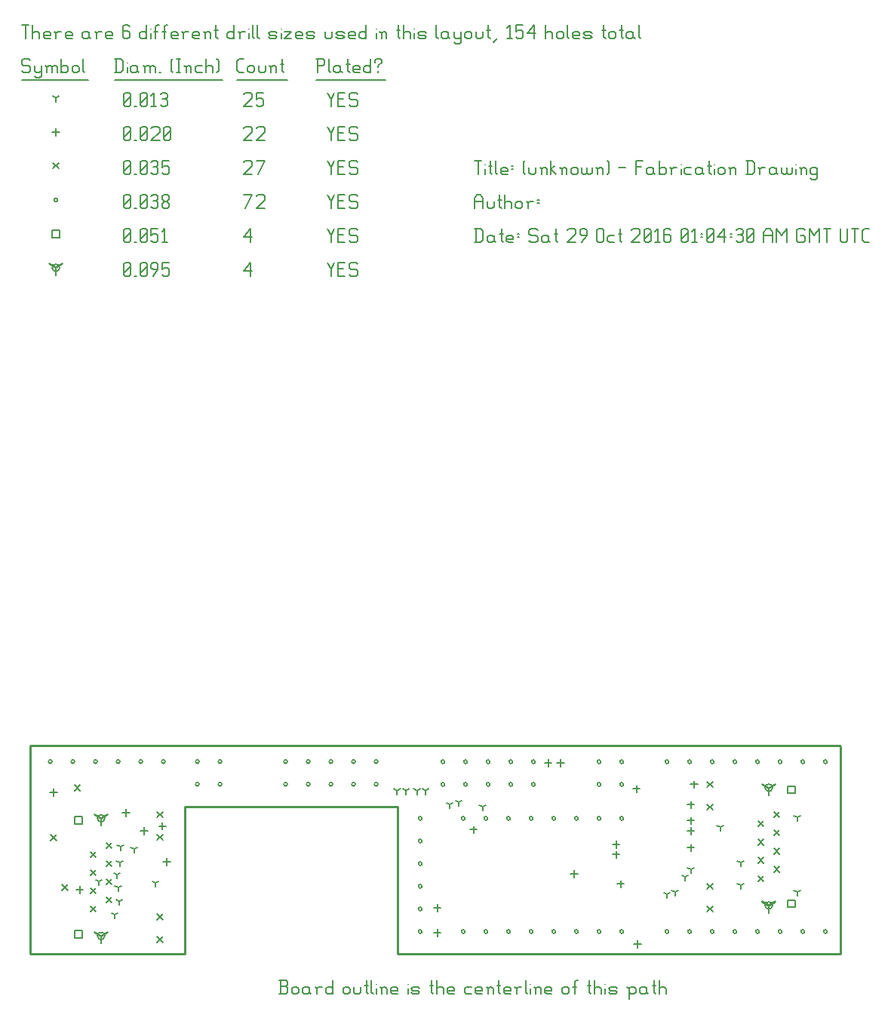
<source format=gbr>
G04 start of page 12 for group -3984 idx -3984 *
G04 Title: (unknown), fab *
G04 Creator: pcb 1.99z *
G04 CreationDate: Sat 29 Oct 2016 01:04:30 AM GMT UTC *
G04 For: commonadmin *
G04 Format: Gerber/RS-274X *
G04 PCB-Dimensions (mil): 4000.00 3000.00 *
G04 PCB-Coordinate-Origin: lower left *
%MOIN*%
%FSLAX25Y25*%
%LNFAB*%
%ADD94C,0.0100*%
%ADD93C,0.0075*%
%ADD92C,0.0060*%
%ADD91C,0.0001*%
%ADD90R,0.0080X0.0080*%
G54D90*X330000Y29547D02*Y26347D01*
G54D91*G36*
X329454Y29694D02*X332920Y31694D01*
X333320Y31001D01*
X329853Y29001D01*
X329454Y29694D01*
G37*
G36*
X330147Y29001D02*X326680Y31001D01*
X327080Y31694D01*
X330546Y29694D01*
X330147Y29001D01*
G37*
G54D90*X328400Y29547D02*G75*G03X331600Y29547I1600J0D01*G01*
G75*G03X328400Y29547I-1600J0D01*G01*
X330000Y81516D02*Y78316D01*
G54D91*G36*
X329454Y81662D02*X332920Y83662D01*
X333320Y82969D01*
X329853Y80969D01*
X329454Y81662D01*
G37*
G36*
X330147Y80969D02*X326680Y82969D01*
X327080Y83662D01*
X330546Y81662D01*
X330147Y80969D01*
G37*
G54D90*X328400Y81516D02*G75*G03X331600Y81516I1600J0D01*G01*
G75*G03X328400Y81516I-1600J0D01*G01*
X35000Y68031D02*Y64831D01*
G54D91*G36*
X34454Y68178D02*X37920Y70178D01*
X38320Y69485D01*
X34853Y67485D01*
X34454Y68178D01*
G37*
G36*
X35147Y67485D02*X31680Y69485D01*
X32080Y70178D01*
X35546Y68178D01*
X35147Y67485D01*
G37*
G54D90*X33400Y68031D02*G75*G03X36600Y68031I1600J0D01*G01*
G75*G03X33400Y68031I-1600J0D01*G01*
X35000Y16063D02*Y12863D01*
G54D91*G36*
X34454Y16210D02*X37920Y18209D01*
X38320Y17516D01*
X34853Y15517D01*
X34454Y16210D01*
G37*
G36*
X35147Y15517D02*X31680Y17516D01*
X32080Y18209D01*
X35546Y16210D01*
X35147Y15517D01*
G37*
G54D90*X33400Y16063D02*G75*G03X36600Y16063I1600J0D01*G01*
G75*G03X33400Y16063I-1600J0D01*G01*
X15000Y311250D02*Y308050D01*
G54D91*G36*
X14454Y311397D02*X17920Y313396D01*
X18320Y312703D01*
X14853Y310704D01*
X14454Y311397D01*
G37*
G36*
X15147Y310704D02*X11680Y312703D01*
X12080Y313396D01*
X15546Y311397D01*
X15147Y310704D01*
G37*
G54D90*X13400Y311250D02*G75*G03X16600Y311250I1600J0D01*G01*
G75*G03X13400Y311250I-1600J0D01*G01*
G54D92*X135000Y313500D02*X136500Y310500D01*
X138000Y313500D01*
X136500Y310500D02*Y307500D01*
X139800Y310800D02*X142050D01*
X139800Y307500D02*X142800D01*
X139800Y313500D02*Y307500D01*
Y313500D02*X142800D01*
X147600D02*X148350Y312750D01*
X145350Y313500D02*X147600D01*
X144600Y312750D02*X145350Y313500D01*
X144600Y312750D02*Y311250D01*
X145350Y310500D01*
X147600D01*
X148350Y309750D01*
Y308250D01*
X147600Y307500D02*X148350Y308250D01*
X145350Y307500D02*X147600D01*
X144600Y308250D02*X145350Y307500D01*
X98000Y309750D02*X101000Y313500D01*
X98000Y309750D02*X101750D01*
X101000Y313500D02*Y307500D01*
X45000Y308250D02*X45750Y307500D01*
X45000Y312750D02*Y308250D01*
Y312750D02*X45750Y313500D01*
X47250D01*
X48000Y312750D01*
Y308250D01*
X47250Y307500D02*X48000Y308250D01*
X45750Y307500D02*X47250D01*
X45000Y309000D02*X48000Y312000D01*
X49800Y307500D02*X50550D01*
X52350Y308250D02*X53100Y307500D01*
X52350Y312750D02*Y308250D01*
Y312750D02*X53100Y313500D01*
X54600D01*
X55350Y312750D01*
Y308250D01*
X54600Y307500D02*X55350Y308250D01*
X53100Y307500D02*X54600D01*
X52350Y309000D02*X55350Y312000D01*
X57900Y307500D02*X60150Y310500D01*
Y312750D02*Y310500D01*
X59400Y313500D02*X60150Y312750D01*
X57900Y313500D02*X59400D01*
X57150Y312750D02*X57900Y313500D01*
X57150Y312750D02*Y311250D01*
X57900Y310500D01*
X60150D01*
X61950Y313500D02*X64950D01*
X61950D02*Y310500D01*
X62700Y311250D01*
X64200D01*
X64950Y310500D01*
Y308250D01*
X64200Y307500D02*X64950Y308250D01*
X62700Y307500D02*X64200D01*
X61950Y308250D02*X62700Y307500D01*
X338439Y82328D02*X341639D01*
X338439D02*Y79128D01*
X341639D01*
Y82328D02*Y79128D01*
X338439Y31935D02*X341639D01*
X338439D02*Y28735D01*
X341639D01*
Y31935D02*Y28735D01*
X23361Y18450D02*X26561D01*
X23361D02*Y15250D01*
X26561D01*
Y18450D02*Y15250D01*
X23361Y68844D02*X26561D01*
X23361D02*Y65644D01*
X26561D01*
Y68844D02*Y65644D01*
X13400Y327850D02*X16600D01*
X13400D02*Y324650D01*
X16600D01*
Y327850D02*Y324650D01*
X135000Y328500D02*X136500Y325500D01*
X138000Y328500D01*
X136500Y325500D02*Y322500D01*
X139800Y325800D02*X142050D01*
X139800Y322500D02*X142800D01*
X139800Y328500D02*Y322500D01*
Y328500D02*X142800D01*
X147600D02*X148350Y327750D01*
X145350Y328500D02*X147600D01*
X144600Y327750D02*X145350Y328500D01*
X144600Y327750D02*Y326250D01*
X145350Y325500D01*
X147600D01*
X148350Y324750D01*
Y323250D01*
X147600Y322500D02*X148350Y323250D01*
X145350Y322500D02*X147600D01*
X144600Y323250D02*X145350Y322500D01*
X98000Y324750D02*X101000Y328500D01*
X98000Y324750D02*X101750D01*
X101000Y328500D02*Y322500D01*
X45000Y323250D02*X45750Y322500D01*
X45000Y327750D02*Y323250D01*
Y327750D02*X45750Y328500D01*
X47250D01*
X48000Y327750D01*
Y323250D01*
X47250Y322500D02*X48000Y323250D01*
X45750Y322500D02*X47250D01*
X45000Y324000D02*X48000Y327000D01*
X49800Y322500D02*X50550D01*
X52350Y323250D02*X53100Y322500D01*
X52350Y327750D02*Y323250D01*
Y327750D02*X53100Y328500D01*
X54600D01*
X55350Y327750D01*
Y323250D01*
X54600Y322500D02*X55350Y323250D01*
X53100Y322500D02*X54600D01*
X52350Y324000D02*X55350Y327000D01*
X57150Y328500D02*X60150D01*
X57150D02*Y325500D01*
X57900Y326250D01*
X59400D01*
X60150Y325500D01*
Y323250D01*
X59400Y322500D02*X60150Y323250D01*
X57900Y322500D02*X59400D01*
X57150Y323250D02*X57900Y322500D01*
X61950Y327300D02*X63150Y328500D01*
Y322500D01*
X61950D02*X64200D01*
X254200Y93031D02*G75*G03X255800Y93031I800J0D01*G01*
G75*G03X254200Y93031I-800J0D01*G01*
Y83031D02*G75*G03X255800Y83031I800J0D01*G01*
G75*G03X254200Y83031I-800J0D01*G01*
X264200D02*G75*G03X265800Y83031I800J0D01*G01*
G75*G03X264200Y83031I-800J0D01*G01*
Y93031D02*G75*G03X265800Y93031I800J0D01*G01*
G75*G03X264200Y93031I-800J0D01*G01*
X76700D02*G75*G03X78300Y93031I800J0D01*G01*
G75*G03X76700Y93031I-800J0D01*G01*
Y83031D02*G75*G03X78300Y83031I800J0D01*G01*
G75*G03X76700Y83031I-800J0D01*G01*
X86700D02*G75*G03X88300Y83031I800J0D01*G01*
G75*G03X86700Y83031I-800J0D01*G01*
Y93031D02*G75*G03X88300Y93031I800J0D01*G01*
G75*G03X86700Y93031I-800J0D01*G01*
X11700D02*G75*G03X13300Y93031I800J0D01*G01*
G75*G03X11700Y93031I-800J0D01*G01*
X21700D02*G75*G03X23300Y93031I800J0D01*G01*
G75*G03X21700Y93031I-800J0D01*G01*
X31700D02*G75*G03X33300Y93031I800J0D01*G01*
G75*G03X31700Y93031I-800J0D01*G01*
X41700D02*G75*G03X43300Y93031I800J0D01*G01*
G75*G03X41700Y93031I-800J0D01*G01*
X51700D02*G75*G03X53300Y93031I800J0D01*G01*
G75*G03X51700Y93031I-800J0D01*G01*
X61700D02*G75*G03X63300Y93031I800J0D01*G01*
G75*G03X61700Y93031I-800J0D01*G01*
X185200Y83031D02*G75*G03X186800Y83031I800J0D01*G01*
G75*G03X185200Y83031I-800J0D01*G01*
Y93031D02*G75*G03X186800Y93031I800J0D01*G01*
G75*G03X185200Y93031I-800J0D01*G01*
X195200Y83031D02*G75*G03X196800Y83031I800J0D01*G01*
G75*G03X195200Y83031I-800J0D01*G01*
Y93031D02*G75*G03X196800Y93031I800J0D01*G01*
G75*G03X195200Y93031I-800J0D01*G01*
X205200Y83031D02*G75*G03X206800Y83031I800J0D01*G01*
G75*G03X205200Y83031I-800J0D01*G01*
Y93031D02*G75*G03X206800Y93031I800J0D01*G01*
G75*G03X205200Y93031I-800J0D01*G01*
X215200Y83031D02*G75*G03X216800Y83031I800J0D01*G01*
G75*G03X215200Y83031I-800J0D01*G01*
Y93031D02*G75*G03X216800Y93031I800J0D01*G01*
G75*G03X215200Y93031I-800J0D01*G01*
X225200Y83031D02*G75*G03X226800Y83031I800J0D01*G01*
G75*G03X225200Y83031I-800J0D01*G01*
Y93031D02*G75*G03X226800Y93031I800J0D01*G01*
G75*G03X225200Y93031I-800J0D01*G01*
X115700Y83031D02*G75*G03X117300Y83031I800J0D01*G01*
G75*G03X115700Y83031I-800J0D01*G01*
Y93031D02*G75*G03X117300Y93031I800J0D01*G01*
G75*G03X115700Y93031I-800J0D01*G01*
X125700Y83031D02*G75*G03X127300Y83031I800J0D01*G01*
G75*G03X125700Y83031I-800J0D01*G01*
Y93031D02*G75*G03X127300Y93031I800J0D01*G01*
G75*G03X125700Y93031I-800J0D01*G01*
X135700Y83031D02*G75*G03X137300Y83031I800J0D01*G01*
G75*G03X135700Y83031I-800J0D01*G01*
Y93031D02*G75*G03X137300Y93031I800J0D01*G01*
G75*G03X135700Y93031I-800J0D01*G01*
X145700Y83031D02*G75*G03X147300Y83031I800J0D01*G01*
G75*G03X145700Y83031I-800J0D01*G01*
Y93031D02*G75*G03X147300Y93031I800J0D01*G01*
G75*G03X145700Y93031I-800J0D01*G01*
X155700Y83031D02*G75*G03X157300Y83031I800J0D01*G01*
G75*G03X155700Y83031I-800J0D01*G01*
Y93031D02*G75*G03X157300Y93031I800J0D01*G01*
G75*G03X155700Y93031I-800J0D01*G01*
X354200Y18031D02*G75*G03X355800Y18031I800J0D01*G01*
G75*G03X354200Y18031I-800J0D01*G01*
X344200D02*G75*G03X345800Y18031I800J0D01*G01*
G75*G03X344200Y18031I-800J0D01*G01*
X334200D02*G75*G03X335800Y18031I800J0D01*G01*
G75*G03X334200Y18031I-800J0D01*G01*
X324200D02*G75*G03X325800Y18031I800J0D01*G01*
G75*G03X324200Y18031I-800J0D01*G01*
X314200D02*G75*G03X315800Y18031I800J0D01*G01*
G75*G03X314200Y18031I-800J0D01*G01*
X304200D02*G75*G03X305800Y18031I800J0D01*G01*
G75*G03X304200Y18031I-800J0D01*G01*
X294200D02*G75*G03X295800Y18031I800J0D01*G01*
G75*G03X294200Y18031I-800J0D01*G01*
X284200D02*G75*G03X285800Y18031I800J0D01*G01*
G75*G03X284200Y18031I-800J0D01*G01*
X354200Y93031D02*G75*G03X355800Y93031I800J0D01*G01*
G75*G03X354200Y93031I-800J0D01*G01*
X344200D02*G75*G03X345800Y93031I800J0D01*G01*
G75*G03X344200Y93031I-800J0D01*G01*
X334200D02*G75*G03X335800Y93031I800J0D01*G01*
G75*G03X334200Y93031I-800J0D01*G01*
X324200D02*G75*G03X325800Y93031I800J0D01*G01*
G75*G03X324200Y93031I-800J0D01*G01*
X314200D02*G75*G03X315800Y93031I800J0D01*G01*
G75*G03X314200Y93031I-800J0D01*G01*
X304200D02*G75*G03X305800Y93031I800J0D01*G01*
G75*G03X304200Y93031I-800J0D01*G01*
X294200D02*G75*G03X295800Y93031I800J0D01*G01*
G75*G03X294200Y93031I-800J0D01*G01*
X284200D02*G75*G03X285800Y93031I800J0D01*G01*
G75*G03X284200Y93031I-800J0D01*G01*
X264200Y18031D02*G75*G03X265800Y18031I800J0D01*G01*
G75*G03X264200Y18031I-800J0D01*G01*
X254200D02*G75*G03X255800Y18031I800J0D01*G01*
G75*G03X254200Y18031I-800J0D01*G01*
X244200D02*G75*G03X245800Y18031I800J0D01*G01*
G75*G03X244200Y18031I-800J0D01*G01*
X234200D02*G75*G03X235800Y18031I800J0D01*G01*
G75*G03X234200Y18031I-800J0D01*G01*
X224200D02*G75*G03X225800Y18031I800J0D01*G01*
G75*G03X224200Y18031I-800J0D01*G01*
X214200D02*G75*G03X215800Y18031I800J0D01*G01*
G75*G03X214200Y18031I-800J0D01*G01*
X204200D02*G75*G03X205800Y18031I800J0D01*G01*
G75*G03X204200Y18031I-800J0D01*G01*
X194200D02*G75*G03X195800Y18031I800J0D01*G01*
G75*G03X194200Y18031I-800J0D01*G01*
X264200Y68031D02*G75*G03X265800Y68031I800J0D01*G01*
G75*G03X264200Y68031I-800J0D01*G01*
X254200D02*G75*G03X255800Y68031I800J0D01*G01*
G75*G03X254200Y68031I-800J0D01*G01*
X244200D02*G75*G03X245800Y68031I800J0D01*G01*
G75*G03X244200Y68031I-800J0D01*G01*
X234200D02*G75*G03X235800Y68031I800J0D01*G01*
G75*G03X234200Y68031I-800J0D01*G01*
X224200D02*G75*G03X225800Y68031I800J0D01*G01*
G75*G03X224200Y68031I-800J0D01*G01*
X214200D02*G75*G03X215800Y68031I800J0D01*G01*
G75*G03X214200Y68031I-800J0D01*G01*
X204200D02*G75*G03X205800Y68031I800J0D01*G01*
G75*G03X204200Y68031I-800J0D01*G01*
X194200D02*G75*G03X195800Y68031I800J0D01*G01*
G75*G03X194200Y68031I-800J0D01*G01*
X175200D02*G75*G03X176800Y68031I800J0D01*G01*
G75*G03X175200Y68031I-800J0D01*G01*
Y58031D02*G75*G03X176800Y58031I800J0D01*G01*
G75*G03X175200Y58031I-800J0D01*G01*
Y48031D02*G75*G03X176800Y48031I800J0D01*G01*
G75*G03X175200Y48031I-800J0D01*G01*
Y38031D02*G75*G03X176800Y38031I800J0D01*G01*
G75*G03X175200Y38031I-800J0D01*G01*
Y28031D02*G75*G03X176800Y28031I800J0D01*G01*
G75*G03X175200Y28031I-800J0D01*G01*
Y18031D02*G75*G03X176800Y18031I800J0D01*G01*
G75*G03X175200Y18031I-800J0D01*G01*
X14200Y341250D02*G75*G03X15800Y341250I800J0D01*G01*
G75*G03X14200Y341250I-800J0D01*G01*
X135000Y343500D02*X136500Y340500D01*
X138000Y343500D01*
X136500Y340500D02*Y337500D01*
X139800Y340800D02*X142050D01*
X139800Y337500D02*X142800D01*
X139800Y343500D02*Y337500D01*
Y343500D02*X142800D01*
X147600D02*X148350Y342750D01*
X145350Y343500D02*X147600D01*
X144600Y342750D02*X145350Y343500D01*
X144600Y342750D02*Y341250D01*
X145350Y340500D01*
X147600D01*
X148350Y339750D01*
Y338250D01*
X147600Y337500D02*X148350Y338250D01*
X145350Y337500D02*X147600D01*
X144600Y338250D02*X145350Y337500D01*
X98750D02*X101750Y343500D01*
X98000D02*X101750D01*
X103550Y342750D02*X104300Y343500D01*
X106550D01*
X107300Y342750D01*
Y341250D01*
X103550Y337500D02*X107300Y341250D01*
X103550Y337500D02*X107300D01*
X45000Y338250D02*X45750Y337500D01*
X45000Y342750D02*Y338250D01*
Y342750D02*X45750Y343500D01*
X47250D01*
X48000Y342750D01*
Y338250D01*
X47250Y337500D02*X48000Y338250D01*
X45750Y337500D02*X47250D01*
X45000Y339000D02*X48000Y342000D01*
X49800Y337500D02*X50550D01*
X52350Y338250D02*X53100Y337500D01*
X52350Y342750D02*Y338250D01*
Y342750D02*X53100Y343500D01*
X54600D01*
X55350Y342750D01*
Y338250D01*
X54600Y337500D02*X55350Y338250D01*
X53100Y337500D02*X54600D01*
X52350Y339000D02*X55350Y342000D01*
X57150Y342750D02*X57900Y343500D01*
X59400D01*
X60150Y342750D01*
X59400Y337500D02*X60150Y338250D01*
X57900Y337500D02*X59400D01*
X57150Y338250D02*X57900Y337500D01*
Y340800D02*X59400D01*
X60150Y342750D02*Y341550D01*
Y340050D02*Y338250D01*
Y340050D02*X59400Y340800D01*
X60150Y341550D02*X59400Y340800D01*
X61950Y338250D02*X62700Y337500D01*
X61950Y339450D02*Y338250D01*
Y339450D02*X63000Y340500D01*
X63900D01*
X64950Y339450D01*
Y338250D01*
X64200Y337500D02*X64950Y338250D01*
X62700Y337500D02*X64200D01*
X61950Y341550D02*X63000Y340500D01*
X61950Y342750D02*Y341550D01*
Y342750D02*X62700Y343500D01*
X64200D01*
X64950Y342750D01*
Y341550D01*
X63900Y340500D02*X64950Y341550D01*
X12800Y60731D02*X15200Y58331D01*
X12800D02*X15200Y60731D01*
X17800Y38731D02*X20200Y36331D01*
X17800D02*X20200Y38731D01*
X23300Y82731D02*X25700Y80331D01*
X23300D02*X25700Y82731D01*
X302816Y39212D02*X305216Y36812D01*
X302816D02*X305216Y39212D01*
X302816Y74251D02*X305216Y71851D01*
X302816D02*X305216Y74251D01*
X302816Y29172D02*X305216Y26772D01*
X302816D02*X305216Y29172D01*
X302816Y84291D02*X305216Y81891D01*
X302816D02*X305216Y84291D01*
X325257Y42676D02*X327657Y40276D01*
X325257D02*X327657Y42676D01*
X325257Y50708D02*X327657Y48308D01*
X325257D02*X327657Y50708D01*
X325257Y66771D02*X327657Y64371D01*
X325257D02*X327657Y66771D01*
X325257Y58739D02*X327657Y56339D01*
X325257D02*X327657Y58739D01*
X332343Y70787D02*X334743Y68387D01*
X332343D02*X334743Y70787D01*
X332343Y62755D02*X334743Y60355D01*
X332343D02*X334743Y62755D01*
X332343Y46692D02*X334743Y44292D01*
X332343D02*X334743Y46692D01*
X332343Y54724D02*X334743Y52324D01*
X332343D02*X334743Y54724D01*
X59784Y60767D02*X62184Y58367D01*
X59784D02*X62184Y60767D01*
X59784Y25728D02*X62184Y23328D01*
X59784D02*X62184Y25728D01*
X59784Y70806D02*X62184Y68406D01*
X59784D02*X62184Y70806D01*
X59784Y15688D02*X62184Y13288D01*
X59784D02*X62184Y15688D01*
X37343Y57302D02*X39743Y54902D01*
X37343D02*X39743Y57302D01*
X37343Y49271D02*X39743Y46871D01*
X37343D02*X39743Y49271D01*
X37343Y33208D02*X39743Y30808D01*
X37343D02*X39743Y33208D01*
X37343Y41239D02*X39743Y38839D01*
X37343D02*X39743Y41239D01*
X30257Y29192D02*X32657Y26792D01*
X30257D02*X32657Y29192D01*
X30257Y37224D02*X32657Y34824D01*
X30257D02*X32657Y37224D01*
X30257Y53287D02*X32657Y50887D01*
X30257D02*X32657Y53287D01*
X30257Y45255D02*X32657Y42855D01*
X30257D02*X32657Y45255D01*
X13800Y357450D02*X16200Y355050D01*
X13800D02*X16200Y357450D01*
X135000Y358500D02*X136500Y355500D01*
X138000Y358500D01*
X136500Y355500D02*Y352500D01*
X139800Y355800D02*X142050D01*
X139800Y352500D02*X142800D01*
X139800Y358500D02*Y352500D01*
Y358500D02*X142800D01*
X147600D02*X148350Y357750D01*
X145350Y358500D02*X147600D01*
X144600Y357750D02*X145350Y358500D01*
X144600Y357750D02*Y356250D01*
X145350Y355500D01*
X147600D01*
X148350Y354750D01*
Y353250D01*
X147600Y352500D02*X148350Y353250D01*
X145350Y352500D02*X147600D01*
X144600Y353250D02*X145350Y352500D01*
X98000Y357750D02*X98750Y358500D01*
X101000D01*
X101750Y357750D01*
Y356250D01*
X98000Y352500D02*X101750Y356250D01*
X98000Y352500D02*X101750D01*
X104300D02*X107300Y358500D01*
X103550D02*X107300D01*
X45000Y353250D02*X45750Y352500D01*
X45000Y357750D02*Y353250D01*
Y357750D02*X45750Y358500D01*
X47250D01*
X48000Y357750D01*
Y353250D01*
X47250Y352500D02*X48000Y353250D01*
X45750Y352500D02*X47250D01*
X45000Y354000D02*X48000Y357000D01*
X49800Y352500D02*X50550D01*
X52350Y353250D02*X53100Y352500D01*
X52350Y357750D02*Y353250D01*
Y357750D02*X53100Y358500D01*
X54600D01*
X55350Y357750D01*
Y353250D01*
X54600Y352500D02*X55350Y353250D01*
X53100Y352500D02*X54600D01*
X52350Y354000D02*X55350Y357000D01*
X57150Y357750D02*X57900Y358500D01*
X59400D01*
X60150Y357750D01*
X59400Y352500D02*X60150Y353250D01*
X57900Y352500D02*X59400D01*
X57150Y353250D02*X57900Y352500D01*
Y355800D02*X59400D01*
X60150Y357750D02*Y356550D01*
Y355050D02*Y353250D01*
Y355050D02*X59400Y355800D01*
X60150Y356550D02*X59400Y355800D01*
X61950Y358500D02*X64950D01*
X61950D02*Y355500D01*
X62700Y356250D01*
X64200D01*
X64950Y355500D01*
Y353250D01*
X64200Y352500D02*X64950Y353250D01*
X62700Y352500D02*X64200D01*
X61950Y353250D02*X62700Y352500D01*
X25500Y38131D02*Y34931D01*
X23900Y36531D02*X27100D01*
X14000Y81131D02*Y77931D01*
X12400Y79531D02*X15600D01*
X46000Y72131D02*Y68931D01*
X44400Y70531D02*X47600D01*
X54000Y64046D02*Y60846D01*
X52400Y62446D02*X55600D01*
X62100Y66231D02*Y63031D01*
X60500Y64631D02*X63700D01*
X63900Y50431D02*Y47231D01*
X62300Y48831D02*X65500D01*
X183500Y30046D02*Y26846D01*
X181900Y28446D02*X185100D01*
X272000Y14131D02*Y10931D01*
X270400Y12531D02*X273600D01*
X183500Y19131D02*Y15931D01*
X181900Y17531D02*X185100D01*
X297000Y84631D02*Y81431D01*
X295400Y83031D02*X298600D01*
X271500Y82631D02*Y79431D01*
X269900Y81031D02*X273100D01*
X199500Y64631D02*Y61431D01*
X197900Y63031D02*X201100D01*
X232500Y94131D02*Y90931D01*
X230900Y92531D02*X234100D01*
X238000Y94131D02*Y90931D01*
X236400Y92531D02*X239600D01*
X264500Y40631D02*Y37431D01*
X262900Y39031D02*X266100D01*
X244000Y45131D02*Y41931D01*
X242400Y43531D02*X245600D01*
X295500Y64131D02*Y60931D01*
X293900Y62531D02*X297100D01*
X295500Y68631D02*Y65431D01*
X293900Y67031D02*X297100D01*
X295500Y75631D02*Y72431D01*
X293900Y74031D02*X297100D01*
X295500Y56631D02*Y53431D01*
X293900Y55031D02*X297100D01*
X262500Y58131D02*Y54931D01*
X260900Y56531D02*X264100D01*
X262500Y53631D02*Y50431D01*
X260900Y52031D02*X264100D01*
X15000Y372850D02*Y369650D01*
X13400Y371250D02*X16600D01*
X135000Y373500D02*X136500Y370500D01*
X138000Y373500D01*
X136500Y370500D02*Y367500D01*
X139800Y370800D02*X142050D01*
X139800Y367500D02*X142800D01*
X139800Y373500D02*Y367500D01*
Y373500D02*X142800D01*
X147600D02*X148350Y372750D01*
X145350Y373500D02*X147600D01*
X144600Y372750D02*X145350Y373500D01*
X144600Y372750D02*Y371250D01*
X145350Y370500D01*
X147600D01*
X148350Y369750D01*
Y368250D01*
X147600Y367500D02*X148350Y368250D01*
X145350Y367500D02*X147600D01*
X144600Y368250D02*X145350Y367500D01*
X98000Y372750D02*X98750Y373500D01*
X101000D01*
X101750Y372750D01*
Y371250D01*
X98000Y367500D02*X101750Y371250D01*
X98000Y367500D02*X101750D01*
X103550Y372750D02*X104300Y373500D01*
X106550D01*
X107300Y372750D01*
Y371250D01*
X103550Y367500D02*X107300Y371250D01*
X103550Y367500D02*X107300D01*
X45000Y368250D02*X45750Y367500D01*
X45000Y372750D02*Y368250D01*
Y372750D02*X45750Y373500D01*
X47250D01*
X48000Y372750D01*
Y368250D01*
X47250Y367500D02*X48000Y368250D01*
X45750Y367500D02*X47250D01*
X45000Y369000D02*X48000Y372000D01*
X49800Y367500D02*X50550D01*
X52350Y368250D02*X53100Y367500D01*
X52350Y372750D02*Y368250D01*
Y372750D02*X53100Y373500D01*
X54600D01*
X55350Y372750D01*
Y368250D01*
X54600Y367500D02*X55350Y368250D01*
X53100Y367500D02*X54600D01*
X52350Y369000D02*X55350Y372000D01*
X57150Y372750D02*X57900Y373500D01*
X60150D01*
X60900Y372750D01*
Y371250D01*
X57150Y367500D02*X60900Y371250D01*
X57150Y367500D02*X60900D01*
X62700Y368250D02*X63450Y367500D01*
X62700Y372750D02*Y368250D01*
Y372750D02*X63450Y373500D01*
X64950D01*
X65700Y372750D01*
Y368250D01*
X64950Y367500D02*X65700Y368250D01*
X63450Y367500D02*X64950D01*
X62700Y369000D02*X65700Y372000D01*
X59000Y39531D02*Y37931D01*
Y39531D02*X60387Y40331D01*
X59000Y39531D02*X57613Y40331D01*
X49500Y54531D02*Y52931D01*
Y54531D02*X50887Y55331D01*
X49500Y54531D02*X48113Y55331D01*
X43500Y55531D02*Y53931D01*
Y55531D02*X44887Y56331D01*
X43500Y55531D02*X42113Y56331D01*
X41000Y25531D02*Y23931D01*
Y25531D02*X42387Y26331D01*
X41000Y25531D02*X39613Y26331D01*
X42000Y43031D02*Y41431D01*
Y43031D02*X43387Y43831D01*
X42000Y43031D02*X40613Y43831D01*
X43100Y31331D02*Y29731D01*
Y31331D02*X44487Y32131D01*
X43100Y31331D02*X41713Y32131D01*
X42500Y37531D02*Y35931D01*
Y37531D02*X43887Y38331D01*
X42500Y37531D02*X41113Y38331D01*
X33900Y40131D02*Y38531D01*
Y40131D02*X35287Y40931D01*
X33900Y40131D02*X32513Y40931D01*
X43200Y48531D02*Y46931D01*
Y48531D02*X44587Y49331D01*
X43200Y48531D02*X41813Y49331D01*
X342500Y35531D02*Y33931D01*
Y35531D02*X343887Y36331D01*
X342500Y35531D02*X341113Y36331D01*
X342500Y68531D02*Y66931D01*
Y68531D02*X343887Y69331D01*
X342500Y68531D02*X341113Y69331D01*
X308500Y64031D02*Y62431D01*
Y64031D02*X309887Y64831D01*
X308500Y64031D02*X307113Y64831D01*
X317500Y38531D02*Y36931D01*
Y38531D02*X318887Y39331D01*
X317500Y38531D02*X316113Y39331D01*
X317500Y48531D02*Y46931D01*
Y48531D02*X318887Y49331D01*
X317500Y48531D02*X316113Y49331D01*
X288500Y35531D02*Y33931D01*
Y35531D02*X289887Y36331D01*
X288500Y35531D02*X287113Y36331D01*
X285000Y34531D02*Y32931D01*
Y34531D02*X286387Y35331D01*
X285000Y34531D02*X283613Y35331D01*
X293000Y42031D02*Y40431D01*
Y42031D02*X294387Y42831D01*
X293000Y42031D02*X291613Y42831D01*
X295500Y45531D02*Y43931D01*
Y45531D02*X296887Y46331D01*
X295500Y45531D02*X294113Y46331D01*
X169700Y80231D02*Y78631D01*
Y80231D02*X171087Y81031D01*
X169700Y80231D02*X168313Y81031D01*
X165800Y80231D02*Y78631D01*
Y80231D02*X167187Y81031D01*
X165800Y80231D02*X164413Y81031D01*
X178400Y80231D02*Y78631D01*
Y80231D02*X179787Y81031D01*
X178400Y80231D02*X177013Y81031D01*
X174500Y80231D02*Y78631D01*
Y80231D02*X175887Y81031D01*
X174500Y80231D02*X173113Y81031D01*
X189000Y74031D02*Y72431D01*
Y74031D02*X190387Y74831D01*
X189000Y74031D02*X187613Y74831D01*
X203500Y73031D02*Y71431D01*
Y73031D02*X204887Y73831D01*
X203500Y73031D02*X202113Y73831D01*
X193000Y75031D02*Y73431D01*
Y75031D02*X194387Y75831D01*
X193000Y75031D02*X191613Y75831D01*
X15000Y386250D02*Y384650D01*
Y386250D02*X16387Y387050D01*
X15000Y386250D02*X13613Y387050D01*
X135000Y388500D02*X136500Y385500D01*
X138000Y388500D01*
X136500Y385500D02*Y382500D01*
X139800Y385800D02*X142050D01*
X139800Y382500D02*X142800D01*
X139800Y388500D02*Y382500D01*
Y388500D02*X142800D01*
X147600D02*X148350Y387750D01*
X145350Y388500D02*X147600D01*
X144600Y387750D02*X145350Y388500D01*
X144600Y387750D02*Y386250D01*
X145350Y385500D01*
X147600D01*
X148350Y384750D01*
Y383250D01*
X147600Y382500D02*X148350Y383250D01*
X145350Y382500D02*X147600D01*
X144600Y383250D02*X145350Y382500D01*
X98000Y387750D02*X98750Y388500D01*
X101000D01*
X101750Y387750D01*
Y386250D01*
X98000Y382500D02*X101750Y386250D01*
X98000Y382500D02*X101750D01*
X103550Y388500D02*X106550D01*
X103550D02*Y385500D01*
X104300Y386250D01*
X105800D01*
X106550Y385500D01*
Y383250D01*
X105800Y382500D02*X106550Y383250D01*
X104300Y382500D02*X105800D01*
X103550Y383250D02*X104300Y382500D01*
X45000Y383250D02*X45750Y382500D01*
X45000Y387750D02*Y383250D01*
Y387750D02*X45750Y388500D01*
X47250D01*
X48000Y387750D01*
Y383250D01*
X47250Y382500D02*X48000Y383250D01*
X45750Y382500D02*X47250D01*
X45000Y384000D02*X48000Y387000D01*
X49800Y382500D02*X50550D01*
X52350Y383250D02*X53100Y382500D01*
X52350Y387750D02*Y383250D01*
Y387750D02*X53100Y388500D01*
X54600D01*
X55350Y387750D01*
Y383250D01*
X54600Y382500D02*X55350Y383250D01*
X53100Y382500D02*X54600D01*
X52350Y384000D02*X55350Y387000D01*
X57150Y387300D02*X58350Y388500D01*
Y382500D01*
X57150D02*X59400D01*
X61200Y387750D02*X61950Y388500D01*
X63450D01*
X64200Y387750D01*
X63450Y382500D02*X64200Y383250D01*
X61950Y382500D02*X63450D01*
X61200Y383250D02*X61950Y382500D01*
Y385800D02*X63450D01*
X64200Y387750D02*Y386550D01*
Y385050D02*Y383250D01*
Y385050D02*X63450Y385800D01*
X64200Y386550D02*X63450Y385800D01*
X3000Y403500D02*X3750Y402750D01*
X750Y403500D02*X3000D01*
X0Y402750D02*X750Y403500D01*
X0Y402750D02*Y401250D01*
X750Y400500D01*
X3000D01*
X3750Y399750D01*
Y398250D01*
X3000Y397500D02*X3750Y398250D01*
X750Y397500D02*X3000D01*
X0Y398250D02*X750Y397500D01*
X5550Y400500D02*Y398250D01*
X6300Y397500D01*
X8550Y400500D02*Y396000D01*
X7800Y395250D02*X8550Y396000D01*
X6300Y395250D02*X7800D01*
X5550Y396000D02*X6300Y395250D01*
Y397500D02*X7800D01*
X8550Y398250D01*
X11100Y399750D02*Y397500D01*
Y399750D02*X11850Y400500D01*
X12600D01*
X13350Y399750D01*
Y397500D01*
Y399750D02*X14100Y400500D01*
X14850D01*
X15600Y399750D01*
Y397500D01*
X10350Y400500D02*X11100Y399750D01*
X17400Y403500D02*Y397500D01*
Y398250D02*X18150Y397500D01*
X19650D01*
X20400Y398250D01*
Y399750D02*Y398250D01*
X19650Y400500D02*X20400Y399750D01*
X18150Y400500D02*X19650D01*
X17400Y399750D02*X18150Y400500D01*
X22200Y399750D02*Y398250D01*
Y399750D02*X22950Y400500D01*
X24450D01*
X25200Y399750D01*
Y398250D01*
X24450Y397500D02*X25200Y398250D01*
X22950Y397500D02*X24450D01*
X22200Y398250D02*X22950Y397500D01*
X27000Y403500D02*Y398250D01*
X27750Y397500D01*
X0Y394250D02*X29250D01*
X41750Y403500D02*Y397500D01*
X43700Y403500D02*X44750Y402450D01*
Y398550D01*
X43700Y397500D02*X44750Y398550D01*
X41000Y397500D02*X43700D01*
X41000Y403500D02*X43700D01*
G54D93*X46550Y402000D02*Y401850D01*
G54D92*Y399750D02*Y397500D01*
X50300Y400500D02*X51050Y399750D01*
X48800Y400500D02*X50300D01*
X48050Y399750D02*X48800Y400500D01*
X48050Y399750D02*Y398250D01*
X48800Y397500D01*
X51050Y400500D02*Y398250D01*
X51800Y397500D01*
X48800D02*X50300D01*
X51050Y398250D01*
X54350Y399750D02*Y397500D01*
Y399750D02*X55100Y400500D01*
X55850D01*
X56600Y399750D01*
Y397500D01*
Y399750D02*X57350Y400500D01*
X58100D01*
X58850Y399750D01*
Y397500D01*
X53600Y400500D02*X54350Y399750D01*
X60650Y397500D02*X61400D01*
X65900Y398250D02*X66650Y397500D01*
X65900Y402750D02*X66650Y403500D01*
X65900Y402750D02*Y398250D01*
X68450Y403500D02*X69950D01*
X69200D02*Y397500D01*
X68450D02*X69950D01*
X72500Y399750D02*Y397500D01*
Y399750D02*X73250Y400500D01*
X74000D01*
X74750Y399750D01*
Y397500D01*
X71750Y400500D02*X72500Y399750D01*
X77300Y400500D02*X79550D01*
X76550Y399750D02*X77300Y400500D01*
X76550Y399750D02*Y398250D01*
X77300Y397500D01*
X79550D01*
X81350Y403500D02*Y397500D01*
Y399750D02*X82100Y400500D01*
X83600D01*
X84350Y399750D01*
Y397500D01*
X86150Y403500D02*X86900Y402750D01*
Y398250D01*
X86150Y397500D02*X86900Y398250D01*
X41000Y394250D02*X88700D01*
X96050Y397500D02*X98000D01*
X95000Y398550D02*X96050Y397500D01*
X95000Y402450D02*Y398550D01*
Y402450D02*X96050Y403500D01*
X98000D01*
X99800Y399750D02*Y398250D01*
Y399750D02*X100550Y400500D01*
X102050D01*
X102800Y399750D01*
Y398250D01*
X102050Y397500D02*X102800Y398250D01*
X100550Y397500D02*X102050D01*
X99800Y398250D02*X100550Y397500D01*
X104600Y400500D02*Y398250D01*
X105350Y397500D01*
X106850D01*
X107600Y398250D01*
Y400500D02*Y398250D01*
X110150Y399750D02*Y397500D01*
Y399750D02*X110900Y400500D01*
X111650D01*
X112400Y399750D01*
Y397500D01*
X109400Y400500D02*X110150Y399750D01*
X114950Y403500D02*Y398250D01*
X115700Y397500D01*
X114200Y401250D02*X115700D01*
X95000Y394250D02*X117200D01*
X130750Y403500D02*Y397500D01*
X130000Y403500D02*X133000D01*
X133750Y402750D01*
Y401250D01*
X133000Y400500D02*X133750Y401250D01*
X130750Y400500D02*X133000D01*
X135550Y403500D02*Y398250D01*
X136300Y397500D01*
X140050Y400500D02*X140800Y399750D01*
X138550Y400500D02*X140050D01*
X137800Y399750D02*X138550Y400500D01*
X137800Y399750D02*Y398250D01*
X138550Y397500D01*
X140800Y400500D02*Y398250D01*
X141550Y397500D01*
X138550D02*X140050D01*
X140800Y398250D01*
X144100Y403500D02*Y398250D01*
X144850Y397500D01*
X143350Y401250D02*X144850D01*
X147100Y397500D02*X149350D01*
X146350Y398250D02*X147100Y397500D01*
X146350Y399750D02*Y398250D01*
Y399750D02*X147100Y400500D01*
X148600D01*
X149350Y399750D01*
X146350Y399000D02*X149350D01*
Y399750D02*Y399000D01*
X154150Y403500D02*Y397500D01*
X153400D02*X154150Y398250D01*
X151900Y397500D02*X153400D01*
X151150Y398250D02*X151900Y397500D01*
X151150Y399750D02*Y398250D01*
Y399750D02*X151900Y400500D01*
X153400D01*
X154150Y399750D01*
X157450Y400500D02*Y399750D01*
Y398250D02*Y397500D01*
X155950Y402750D02*Y402000D01*
Y402750D02*X156700Y403500D01*
X158200D01*
X158950Y402750D01*
Y402000D01*
X157450Y400500D02*X158950Y402000D01*
X130000Y394250D02*X160750D01*
X0Y418500D02*X3000D01*
X1500D02*Y412500D01*
X4800Y418500D02*Y412500D01*
Y414750D02*X5550Y415500D01*
X7050D01*
X7800Y414750D01*
Y412500D01*
X10350D02*X12600D01*
X9600Y413250D02*X10350Y412500D01*
X9600Y414750D02*Y413250D01*
Y414750D02*X10350Y415500D01*
X11850D01*
X12600Y414750D01*
X9600Y414000D02*X12600D01*
Y414750D02*Y414000D01*
X15150Y414750D02*Y412500D01*
Y414750D02*X15900Y415500D01*
X17400D01*
X14400D02*X15150Y414750D01*
X19950Y412500D02*X22200D01*
X19200Y413250D02*X19950Y412500D01*
X19200Y414750D02*Y413250D01*
Y414750D02*X19950Y415500D01*
X21450D01*
X22200Y414750D01*
X19200Y414000D02*X22200D01*
Y414750D02*Y414000D01*
X28950Y415500D02*X29700Y414750D01*
X27450Y415500D02*X28950D01*
X26700Y414750D02*X27450Y415500D01*
X26700Y414750D02*Y413250D01*
X27450Y412500D01*
X29700Y415500D02*Y413250D01*
X30450Y412500D01*
X27450D02*X28950D01*
X29700Y413250D01*
X33000Y414750D02*Y412500D01*
Y414750D02*X33750Y415500D01*
X35250D01*
X32250D02*X33000Y414750D01*
X37800Y412500D02*X40050D01*
X37050Y413250D02*X37800Y412500D01*
X37050Y414750D02*Y413250D01*
Y414750D02*X37800Y415500D01*
X39300D01*
X40050Y414750D01*
X37050Y414000D02*X40050D01*
Y414750D02*Y414000D01*
X46800Y418500D02*X47550Y417750D01*
X45300Y418500D02*X46800D01*
X44550Y417750D02*X45300Y418500D01*
X44550Y417750D02*Y413250D01*
X45300Y412500D01*
X46800Y415800D02*X47550Y415050D01*
X44550Y415800D02*X46800D01*
X45300Y412500D02*X46800D01*
X47550Y413250D01*
Y415050D02*Y413250D01*
X55050Y418500D02*Y412500D01*
X54300D02*X55050Y413250D01*
X52800Y412500D02*X54300D01*
X52050Y413250D02*X52800Y412500D01*
X52050Y414750D02*Y413250D01*
Y414750D02*X52800Y415500D01*
X54300D01*
X55050Y414750D01*
G54D93*X56850Y417000D02*Y416850D01*
G54D92*Y414750D02*Y412500D01*
X59100Y417750D02*Y412500D01*
Y417750D02*X59850Y418500D01*
X60600D01*
X58350Y415500D02*X59850D01*
X62850Y417750D02*Y412500D01*
Y417750D02*X63600Y418500D01*
X64350D01*
X62100Y415500D02*X63600D01*
X66600Y412500D02*X68850D01*
X65850Y413250D02*X66600Y412500D01*
X65850Y414750D02*Y413250D01*
Y414750D02*X66600Y415500D01*
X68100D01*
X68850Y414750D01*
X65850Y414000D02*X68850D01*
Y414750D02*Y414000D01*
X71400Y414750D02*Y412500D01*
Y414750D02*X72150Y415500D01*
X73650D01*
X70650D02*X71400Y414750D01*
X76200Y412500D02*X78450D01*
X75450Y413250D02*X76200Y412500D01*
X75450Y414750D02*Y413250D01*
Y414750D02*X76200Y415500D01*
X77700D01*
X78450Y414750D01*
X75450Y414000D02*X78450D01*
Y414750D02*Y414000D01*
X81000Y414750D02*Y412500D01*
Y414750D02*X81750Y415500D01*
X82500D01*
X83250Y414750D01*
Y412500D01*
X80250Y415500D02*X81000Y414750D01*
X85800Y418500D02*Y413250D01*
X86550Y412500D01*
X85050Y416250D02*X86550D01*
X93750Y418500D02*Y412500D01*
X93000D02*X93750Y413250D01*
X91500Y412500D02*X93000D01*
X90750Y413250D02*X91500Y412500D01*
X90750Y414750D02*Y413250D01*
Y414750D02*X91500Y415500D01*
X93000D01*
X93750Y414750D01*
X96300D02*Y412500D01*
Y414750D02*X97050Y415500D01*
X98550D01*
X95550D02*X96300Y414750D01*
G54D93*X100350Y417000D02*Y416850D01*
G54D92*Y414750D02*Y412500D01*
X101850Y418500D02*Y413250D01*
X102600Y412500D01*
X104100Y418500D02*Y413250D01*
X104850Y412500D01*
X109800D02*X112050D01*
X112800Y413250D01*
X112050Y414000D02*X112800Y413250D01*
X109800Y414000D02*X112050D01*
X109050Y414750D02*X109800Y414000D01*
X109050Y414750D02*X109800Y415500D01*
X112050D01*
X112800Y414750D01*
X109050Y413250D02*X109800Y412500D01*
G54D93*X114600Y417000D02*Y416850D01*
G54D92*Y414750D02*Y412500D01*
X116100Y415500D02*X119100D01*
X116100Y412500D02*X119100Y415500D01*
X116100Y412500D02*X119100D01*
X121650D02*X123900D01*
X120900Y413250D02*X121650Y412500D01*
X120900Y414750D02*Y413250D01*
Y414750D02*X121650Y415500D01*
X123150D01*
X123900Y414750D01*
X120900Y414000D02*X123900D01*
Y414750D02*Y414000D01*
X126450Y412500D02*X128700D01*
X129450Y413250D01*
X128700Y414000D02*X129450Y413250D01*
X126450Y414000D02*X128700D01*
X125700Y414750D02*X126450Y414000D01*
X125700Y414750D02*X126450Y415500D01*
X128700D01*
X129450Y414750D01*
X125700Y413250D02*X126450Y412500D01*
X133950Y415500D02*Y413250D01*
X134700Y412500D01*
X136200D01*
X136950Y413250D01*
Y415500D02*Y413250D01*
X139500Y412500D02*X141750D01*
X142500Y413250D01*
X141750Y414000D02*X142500Y413250D01*
X139500Y414000D02*X141750D01*
X138750Y414750D02*X139500Y414000D01*
X138750Y414750D02*X139500Y415500D01*
X141750D01*
X142500Y414750D01*
X138750Y413250D02*X139500Y412500D01*
X145050D02*X147300D01*
X144300Y413250D02*X145050Y412500D01*
X144300Y414750D02*Y413250D01*
Y414750D02*X145050Y415500D01*
X146550D01*
X147300Y414750D01*
X144300Y414000D02*X147300D01*
Y414750D02*Y414000D01*
X152100Y418500D02*Y412500D01*
X151350D02*X152100Y413250D01*
X149850Y412500D02*X151350D01*
X149100Y413250D02*X149850Y412500D01*
X149100Y414750D02*Y413250D01*
Y414750D02*X149850Y415500D01*
X151350D01*
X152100Y414750D01*
G54D93*X156600Y417000D02*Y416850D01*
G54D92*Y414750D02*Y412500D01*
X158850Y414750D02*Y412500D01*
Y414750D02*X159600Y415500D01*
X160350D01*
X161100Y414750D01*
Y412500D01*
X158100Y415500D02*X158850Y414750D01*
X166350Y418500D02*Y413250D01*
X167100Y412500D01*
X165600Y416250D02*X167100D01*
X168600Y418500D02*Y412500D01*
Y414750D02*X169350Y415500D01*
X170850D01*
X171600Y414750D01*
Y412500D01*
G54D93*X173400Y417000D02*Y416850D01*
G54D92*Y414750D02*Y412500D01*
X175650D02*X177900D01*
X178650Y413250D01*
X177900Y414000D02*X178650Y413250D01*
X175650Y414000D02*X177900D01*
X174900Y414750D02*X175650Y414000D01*
X174900Y414750D02*X175650Y415500D01*
X177900D01*
X178650Y414750D01*
X174900Y413250D02*X175650Y412500D01*
X183150Y418500D02*Y413250D01*
X183900Y412500D01*
X187650Y415500D02*X188400Y414750D01*
X186150Y415500D02*X187650D01*
X185400Y414750D02*X186150Y415500D01*
X185400Y414750D02*Y413250D01*
X186150Y412500D01*
X188400Y415500D02*Y413250D01*
X189150Y412500D01*
X186150D02*X187650D01*
X188400Y413250D01*
X190950Y415500D02*Y413250D01*
X191700Y412500D01*
X193950Y415500D02*Y411000D01*
X193200Y410250D02*X193950Y411000D01*
X191700Y410250D02*X193200D01*
X190950Y411000D02*X191700Y410250D01*
Y412500D02*X193200D01*
X193950Y413250D01*
X195750Y414750D02*Y413250D01*
Y414750D02*X196500Y415500D01*
X198000D01*
X198750Y414750D01*
Y413250D01*
X198000Y412500D02*X198750Y413250D01*
X196500Y412500D02*X198000D01*
X195750Y413250D02*X196500Y412500D01*
X200550Y415500D02*Y413250D01*
X201300Y412500D01*
X202800D01*
X203550Y413250D01*
Y415500D02*Y413250D01*
X206100Y418500D02*Y413250D01*
X206850Y412500D01*
X205350Y416250D02*X206850D01*
X208350Y411000D02*X209850Y412500D01*
X214350Y417300D02*X215550Y418500D01*
Y412500D01*
X214350D02*X216600D01*
X218400Y418500D02*X221400D01*
X218400D02*Y415500D01*
X219150Y416250D01*
X220650D01*
X221400Y415500D01*
Y413250D01*
X220650Y412500D02*X221400Y413250D01*
X219150Y412500D02*X220650D01*
X218400Y413250D02*X219150Y412500D01*
X223200Y414750D02*X226200Y418500D01*
X223200Y414750D02*X226950D01*
X226200Y418500D02*Y412500D01*
X231450Y418500D02*Y412500D01*
Y414750D02*X232200Y415500D01*
X233700D01*
X234450Y414750D01*
Y412500D01*
X236250Y414750D02*Y413250D01*
Y414750D02*X237000Y415500D01*
X238500D01*
X239250Y414750D01*
Y413250D01*
X238500Y412500D02*X239250Y413250D01*
X237000Y412500D02*X238500D01*
X236250Y413250D02*X237000Y412500D01*
X241050Y418500D02*Y413250D01*
X241800Y412500D01*
X244050D02*X246300D01*
X243300Y413250D02*X244050Y412500D01*
X243300Y414750D02*Y413250D01*
Y414750D02*X244050Y415500D01*
X245550D01*
X246300Y414750D01*
X243300Y414000D02*X246300D01*
Y414750D02*Y414000D01*
X248850Y412500D02*X251100D01*
X251850Y413250D01*
X251100Y414000D02*X251850Y413250D01*
X248850Y414000D02*X251100D01*
X248100Y414750D02*X248850Y414000D01*
X248100Y414750D02*X248850Y415500D01*
X251100D01*
X251850Y414750D01*
X248100Y413250D02*X248850Y412500D01*
X257100Y418500D02*Y413250D01*
X257850Y412500D01*
X256350Y416250D02*X257850D01*
X259350Y414750D02*Y413250D01*
Y414750D02*X260100Y415500D01*
X261600D01*
X262350Y414750D01*
Y413250D01*
X261600Y412500D02*X262350Y413250D01*
X260100Y412500D02*X261600D01*
X259350Y413250D02*X260100Y412500D01*
X264900Y418500D02*Y413250D01*
X265650Y412500D01*
X264150Y416250D02*X265650D01*
X269400Y415500D02*X270150Y414750D01*
X267900Y415500D02*X269400D01*
X267150Y414750D02*X267900Y415500D01*
X267150Y414750D02*Y413250D01*
X267900Y412500D01*
X270150Y415500D02*Y413250D01*
X270900Y412500D01*
X267900D02*X269400D01*
X270150Y413250D01*
X272700Y418500D02*Y413250D01*
X273450Y412500D01*
G54D94*X3500Y8031D02*X72000D01*
X361500D02*X166000D01*
X72000D02*Y73031D01*
X166000D01*
Y8031D01*
X3500D02*Y100000D01*
X72000Y100031D02*X3531D01*
X3500Y100000D01*
X361500Y8031D02*Y100000D01*
X72000Y100031D02*X361469D01*
X361500Y100000D01*
G54D92*X113675Y-9500D02*X116675D01*
X117425Y-8750D01*
Y-6950D02*Y-8750D01*
X116675Y-6200D02*X117425Y-6950D01*
X114425Y-6200D02*X116675D01*
X114425Y-3500D02*Y-9500D01*
X113675Y-3500D02*X116675D01*
X117425Y-4250D01*
Y-5450D01*
X116675Y-6200D02*X117425Y-5450D01*
X119225Y-7250D02*Y-8750D01*
Y-7250D02*X119975Y-6500D01*
X121475D01*
X122225Y-7250D01*
Y-8750D01*
X121475Y-9500D02*X122225Y-8750D01*
X119975Y-9500D02*X121475D01*
X119225Y-8750D02*X119975Y-9500D01*
X126275Y-6500D02*X127025Y-7250D01*
X124775Y-6500D02*X126275D01*
X124025Y-7250D02*X124775Y-6500D01*
X124025Y-7250D02*Y-8750D01*
X124775Y-9500D01*
X127025Y-6500D02*Y-8750D01*
X127775Y-9500D01*
X124775D02*X126275D01*
X127025Y-8750D01*
X130325Y-7250D02*Y-9500D01*
Y-7250D02*X131075Y-6500D01*
X132575D01*
X129575D02*X130325Y-7250D01*
X137375Y-3500D02*Y-9500D01*
X136625D02*X137375Y-8750D01*
X135125Y-9500D02*X136625D01*
X134375Y-8750D02*X135125Y-9500D01*
X134375Y-7250D02*Y-8750D01*
Y-7250D02*X135125Y-6500D01*
X136625D01*
X137375Y-7250D01*
X141875D02*Y-8750D01*
Y-7250D02*X142625Y-6500D01*
X144125D01*
X144875Y-7250D01*
Y-8750D01*
X144125Y-9500D02*X144875Y-8750D01*
X142625Y-9500D02*X144125D01*
X141875Y-8750D02*X142625Y-9500D01*
X146675Y-6500D02*Y-8750D01*
X147425Y-9500D01*
X148925D01*
X149675Y-8750D01*
Y-6500D02*Y-8750D01*
X152225Y-3500D02*Y-8750D01*
X152975Y-9500D01*
X151475Y-5750D02*X152975D01*
X154475Y-3500D02*Y-8750D01*
X155225Y-9500D01*
G54D93*X156725Y-5000D02*Y-5150D01*
G54D92*Y-7250D02*Y-9500D01*
X158975Y-7250D02*Y-9500D01*
Y-7250D02*X159725Y-6500D01*
X160475D01*
X161225Y-7250D01*
Y-9500D01*
X158225Y-6500D02*X158975Y-7250D01*
X163775Y-9500D02*X166025D01*
X163025Y-8750D02*X163775Y-9500D01*
X163025Y-7250D02*Y-8750D01*
Y-7250D02*X163775Y-6500D01*
X165275D01*
X166025Y-7250D01*
X163025Y-8000D02*X166025D01*
Y-7250D02*Y-8000D01*
G54D93*X170525Y-5000D02*Y-5150D01*
G54D92*Y-7250D02*Y-9500D01*
X172775D02*X175025D01*
X175775Y-8750D01*
X175025Y-8000D02*X175775Y-8750D01*
X172775Y-8000D02*X175025D01*
X172025Y-7250D02*X172775Y-8000D01*
X172025Y-7250D02*X172775Y-6500D01*
X175025D01*
X175775Y-7250D01*
X172025Y-8750D02*X172775Y-9500D01*
X181025Y-3500D02*Y-8750D01*
X181775Y-9500D01*
X180275Y-5750D02*X181775D01*
X183275Y-3500D02*Y-9500D01*
Y-7250D02*X184025Y-6500D01*
X185525D01*
X186275Y-7250D01*
Y-9500D01*
X188825D02*X191075D01*
X188075Y-8750D02*X188825Y-9500D01*
X188075Y-7250D02*Y-8750D01*
Y-7250D02*X188825Y-6500D01*
X190325D01*
X191075Y-7250D01*
X188075Y-8000D02*X191075D01*
Y-7250D02*Y-8000D01*
X196325Y-6500D02*X198575D01*
X195575Y-7250D02*X196325Y-6500D01*
X195575Y-7250D02*Y-8750D01*
X196325Y-9500D01*
X198575D01*
X201125D02*X203375D01*
X200375Y-8750D02*X201125Y-9500D01*
X200375Y-7250D02*Y-8750D01*
Y-7250D02*X201125Y-6500D01*
X202625D01*
X203375Y-7250D01*
X200375Y-8000D02*X203375D01*
Y-7250D02*Y-8000D01*
X205925Y-7250D02*Y-9500D01*
Y-7250D02*X206675Y-6500D01*
X207425D01*
X208175Y-7250D01*
Y-9500D01*
X205175Y-6500D02*X205925Y-7250D01*
X210725Y-3500D02*Y-8750D01*
X211475Y-9500D01*
X209975Y-5750D02*X211475D01*
X213725Y-9500D02*X215975D01*
X212975Y-8750D02*X213725Y-9500D01*
X212975Y-7250D02*Y-8750D01*
Y-7250D02*X213725Y-6500D01*
X215225D01*
X215975Y-7250D01*
X212975Y-8000D02*X215975D01*
Y-7250D02*Y-8000D01*
X218525Y-7250D02*Y-9500D01*
Y-7250D02*X219275Y-6500D01*
X220775D01*
X217775D02*X218525Y-7250D01*
X222575Y-3500D02*Y-8750D01*
X223325Y-9500D01*
G54D93*X224825Y-5000D02*Y-5150D01*
G54D92*Y-7250D02*Y-9500D01*
X227075Y-7250D02*Y-9500D01*
Y-7250D02*X227825Y-6500D01*
X228575D01*
X229325Y-7250D01*
Y-9500D01*
X226325Y-6500D02*X227075Y-7250D01*
X231875Y-9500D02*X234125D01*
X231125Y-8750D02*X231875Y-9500D01*
X231125Y-7250D02*Y-8750D01*
Y-7250D02*X231875Y-6500D01*
X233375D01*
X234125Y-7250D01*
X231125Y-8000D02*X234125D01*
Y-7250D02*Y-8000D01*
X238625Y-7250D02*Y-8750D01*
Y-7250D02*X239375Y-6500D01*
X240875D01*
X241625Y-7250D01*
Y-8750D01*
X240875Y-9500D02*X241625Y-8750D01*
X239375Y-9500D02*X240875D01*
X238625Y-8750D02*X239375Y-9500D01*
X244175Y-4250D02*Y-9500D01*
Y-4250D02*X244925Y-3500D01*
X245675D01*
X243425Y-6500D02*X244925D01*
X250625Y-3500D02*Y-8750D01*
X251375Y-9500D01*
X249875Y-5750D02*X251375D01*
X252875Y-3500D02*Y-9500D01*
Y-7250D02*X253625Y-6500D01*
X255125D01*
X255875Y-7250D01*
Y-9500D01*
G54D93*X257675Y-5000D02*Y-5150D01*
G54D92*Y-7250D02*Y-9500D01*
X259925D02*X262175D01*
X262925Y-8750D01*
X262175Y-8000D02*X262925Y-8750D01*
X259925Y-8000D02*X262175D01*
X259175Y-7250D02*X259925Y-8000D01*
X259175Y-7250D02*X259925Y-6500D01*
X262175D01*
X262925Y-7250D01*
X259175Y-8750D02*X259925Y-9500D01*
X268175Y-7250D02*Y-11750D01*
X267425Y-6500D02*X268175Y-7250D01*
X268925Y-6500D01*
X270425D01*
X271175Y-7250D01*
Y-8750D01*
X270425Y-9500D02*X271175Y-8750D01*
X268925Y-9500D02*X270425D01*
X268175Y-8750D02*X268925Y-9500D01*
X275225Y-6500D02*X275975Y-7250D01*
X273725Y-6500D02*X275225D01*
X272975Y-7250D02*X273725Y-6500D01*
X272975Y-7250D02*Y-8750D01*
X273725Y-9500D01*
X275975Y-6500D02*Y-8750D01*
X276725Y-9500D01*
X273725D02*X275225D01*
X275975Y-8750D01*
X279275Y-3500D02*Y-8750D01*
X280025Y-9500D01*
X278525Y-5750D02*X280025D01*
X281525Y-3500D02*Y-9500D01*
Y-7250D02*X282275Y-6500D01*
X283775D01*
X284525Y-7250D01*
Y-9500D01*
X200750Y328500D02*Y322500D01*
X202700Y328500D02*X203750Y327450D01*
Y323550D01*
X202700Y322500D02*X203750Y323550D01*
X200000Y322500D02*X202700D01*
X200000Y328500D02*X202700D01*
X207800Y325500D02*X208550Y324750D01*
X206300Y325500D02*X207800D01*
X205550Y324750D02*X206300Y325500D01*
X205550Y324750D02*Y323250D01*
X206300Y322500D01*
X208550Y325500D02*Y323250D01*
X209300Y322500D01*
X206300D02*X207800D01*
X208550Y323250D01*
X211850Y328500D02*Y323250D01*
X212600Y322500D01*
X211100Y326250D02*X212600D01*
X214850Y322500D02*X217100D01*
X214100Y323250D02*X214850Y322500D01*
X214100Y324750D02*Y323250D01*
Y324750D02*X214850Y325500D01*
X216350D01*
X217100Y324750D01*
X214100Y324000D02*X217100D01*
Y324750D02*Y324000D01*
X218900Y326250D02*X219650D01*
X218900Y324750D02*X219650D01*
X227150Y328500D02*X227900Y327750D01*
X224900Y328500D02*X227150D01*
X224150Y327750D02*X224900Y328500D01*
X224150Y327750D02*Y326250D01*
X224900Y325500D01*
X227150D01*
X227900Y324750D01*
Y323250D01*
X227150Y322500D02*X227900Y323250D01*
X224900Y322500D02*X227150D01*
X224150Y323250D02*X224900Y322500D01*
X231950Y325500D02*X232700Y324750D01*
X230450Y325500D02*X231950D01*
X229700Y324750D02*X230450Y325500D01*
X229700Y324750D02*Y323250D01*
X230450Y322500D01*
X232700Y325500D02*Y323250D01*
X233450Y322500D01*
X230450D02*X231950D01*
X232700Y323250D01*
X236000Y328500D02*Y323250D01*
X236750Y322500D01*
X235250Y326250D02*X236750D01*
X240950Y327750D02*X241700Y328500D01*
X243950D01*
X244700Y327750D01*
Y326250D01*
X240950Y322500D02*X244700Y326250D01*
X240950Y322500D02*X244700D01*
X247250D02*X249500Y325500D01*
Y327750D02*Y325500D01*
X248750Y328500D02*X249500Y327750D01*
X247250Y328500D02*X248750D01*
X246500Y327750D02*X247250Y328500D01*
X246500Y327750D02*Y326250D01*
X247250Y325500D01*
X249500D01*
X254000Y327750D02*Y323250D01*
Y327750D02*X254750Y328500D01*
X256250D01*
X257000Y327750D01*
Y323250D01*
X256250Y322500D02*X257000Y323250D01*
X254750Y322500D02*X256250D01*
X254000Y323250D02*X254750Y322500D01*
X259550Y325500D02*X261800D01*
X258800Y324750D02*X259550Y325500D01*
X258800Y324750D02*Y323250D01*
X259550Y322500D01*
X261800D01*
X264350Y328500D02*Y323250D01*
X265100Y322500D01*
X263600Y326250D02*X265100D01*
X269300Y327750D02*X270050Y328500D01*
X272300D01*
X273050Y327750D01*
Y326250D01*
X269300Y322500D02*X273050Y326250D01*
X269300Y322500D02*X273050D01*
X274850Y323250D02*X275600Y322500D01*
X274850Y327750D02*Y323250D01*
Y327750D02*X275600Y328500D01*
X277100D01*
X277850Y327750D01*
Y323250D01*
X277100Y322500D02*X277850Y323250D01*
X275600Y322500D02*X277100D01*
X274850Y324000D02*X277850Y327000D01*
X279650Y327300D02*X280850Y328500D01*
Y322500D01*
X279650D02*X281900D01*
X285950Y328500D02*X286700Y327750D01*
X284450Y328500D02*X285950D01*
X283700Y327750D02*X284450Y328500D01*
X283700Y327750D02*Y323250D01*
X284450Y322500D01*
X285950Y325800D02*X286700Y325050D01*
X283700Y325800D02*X285950D01*
X284450Y322500D02*X285950D01*
X286700Y323250D01*
Y325050D02*Y323250D01*
X291200D02*X291950Y322500D01*
X291200Y327750D02*Y323250D01*
Y327750D02*X291950Y328500D01*
X293450D01*
X294200Y327750D01*
Y323250D01*
X293450Y322500D02*X294200Y323250D01*
X291950Y322500D02*X293450D01*
X291200Y324000D02*X294200Y327000D01*
X296000Y327300D02*X297200Y328500D01*
Y322500D01*
X296000D02*X298250D01*
X300050Y326250D02*X300800D01*
X300050Y324750D02*X300800D01*
X302600Y323250D02*X303350Y322500D01*
X302600Y327750D02*Y323250D01*
Y327750D02*X303350Y328500D01*
X304850D01*
X305600Y327750D01*
Y323250D01*
X304850Y322500D02*X305600Y323250D01*
X303350Y322500D02*X304850D01*
X302600Y324000D02*X305600Y327000D01*
X307400Y324750D02*X310400Y328500D01*
X307400Y324750D02*X311150D01*
X310400Y328500D02*Y322500D01*
X312950Y326250D02*X313700D01*
X312950Y324750D02*X313700D01*
X315500Y327750D02*X316250Y328500D01*
X317750D01*
X318500Y327750D01*
X317750Y322500D02*X318500Y323250D01*
X316250Y322500D02*X317750D01*
X315500Y323250D02*X316250Y322500D01*
Y325800D02*X317750D01*
X318500Y327750D02*Y326550D01*
Y325050D02*Y323250D01*
Y325050D02*X317750Y325800D01*
X318500Y326550D02*X317750Y325800D01*
X320300Y323250D02*X321050Y322500D01*
X320300Y327750D02*Y323250D01*
Y327750D02*X321050Y328500D01*
X322550D01*
X323300Y327750D01*
Y323250D01*
X322550Y322500D02*X323300Y323250D01*
X321050Y322500D02*X322550D01*
X320300Y324000D02*X323300Y327000D01*
X327800D02*Y322500D01*
Y327000D02*X328850Y328500D01*
X330500D01*
X331550Y327000D01*
Y322500D01*
X327800Y325500D02*X331550D01*
X333350Y328500D02*Y322500D01*
Y328500D02*X335600Y325500D01*
X337850Y328500D01*
Y322500D01*
X345350Y328500D02*X346100Y327750D01*
X343100Y328500D02*X345350D01*
X342350Y327750D02*X343100Y328500D01*
X342350Y327750D02*Y323250D01*
X343100Y322500D01*
X345350D01*
X346100Y323250D01*
Y324750D02*Y323250D01*
X345350Y325500D02*X346100Y324750D01*
X343850Y325500D02*X345350D01*
X347900Y328500D02*Y322500D01*
Y328500D02*X350150Y325500D01*
X352400Y328500D01*
Y322500D01*
X354200Y328500D02*X357200D01*
X355700D02*Y322500D01*
X361700Y328500D02*Y323250D01*
X362450Y322500D01*
X363950D01*
X364700Y323250D01*
Y328500D02*Y323250D01*
X366500Y328500D02*X369500D01*
X368000D02*Y322500D01*
X372350D02*X374300D01*
X371300Y323550D02*X372350Y322500D01*
X371300Y327450D02*Y323550D01*
Y327450D02*X372350Y328500D01*
X374300D01*
X200000Y342000D02*Y337500D01*
Y342000D02*X201050Y343500D01*
X202700D01*
X203750Y342000D01*
Y337500D01*
X200000Y340500D02*X203750D01*
X205550D02*Y338250D01*
X206300Y337500D01*
X207800D01*
X208550Y338250D01*
Y340500D02*Y338250D01*
X211100Y343500D02*Y338250D01*
X211850Y337500D01*
X210350Y341250D02*X211850D01*
X213350Y343500D02*Y337500D01*
Y339750D02*X214100Y340500D01*
X215600D01*
X216350Y339750D01*
Y337500D01*
X218150Y339750D02*Y338250D01*
Y339750D02*X218900Y340500D01*
X220400D01*
X221150Y339750D01*
Y338250D01*
X220400Y337500D02*X221150Y338250D01*
X218900Y337500D02*X220400D01*
X218150Y338250D02*X218900Y337500D01*
X223700Y339750D02*Y337500D01*
Y339750D02*X224450Y340500D01*
X225950D01*
X222950D02*X223700Y339750D01*
X227750Y341250D02*X228500D01*
X227750Y339750D02*X228500D01*
X200000Y358500D02*X203000D01*
X201500D02*Y352500D01*
G54D93*X204800Y357000D02*Y356850D01*
G54D92*Y354750D02*Y352500D01*
X207050Y358500D02*Y353250D01*
X207800Y352500D01*
X206300Y356250D02*X207800D01*
X209300Y358500D02*Y353250D01*
X210050Y352500D01*
X212300D02*X214550D01*
X211550Y353250D02*X212300Y352500D01*
X211550Y354750D02*Y353250D01*
Y354750D02*X212300Y355500D01*
X213800D01*
X214550Y354750D01*
X211550Y354000D02*X214550D01*
Y354750D02*Y354000D01*
X216350Y356250D02*X217100D01*
X216350Y354750D02*X217100D01*
X221600Y353250D02*X222350Y352500D01*
X221600Y357750D02*X222350Y358500D01*
X221600Y357750D02*Y353250D01*
X224150Y355500D02*Y353250D01*
X224900Y352500D01*
X226400D01*
X227150Y353250D01*
Y355500D02*Y353250D01*
X229700Y354750D02*Y352500D01*
Y354750D02*X230450Y355500D01*
X231200D01*
X231950Y354750D01*
Y352500D01*
X228950Y355500D02*X229700Y354750D01*
X233750Y358500D02*Y352500D01*
Y354750D02*X236000Y352500D01*
X233750Y354750D02*X235250Y356250D01*
X238550Y354750D02*Y352500D01*
Y354750D02*X239300Y355500D01*
X240050D01*
X240800Y354750D01*
Y352500D01*
X237800Y355500D02*X238550Y354750D01*
X242600D02*Y353250D01*
Y354750D02*X243350Y355500D01*
X244850D01*
X245600Y354750D01*
Y353250D01*
X244850Y352500D02*X245600Y353250D01*
X243350Y352500D02*X244850D01*
X242600Y353250D02*X243350Y352500D01*
X247400Y355500D02*Y353250D01*
X248150Y352500D01*
X248900D01*
X249650Y353250D01*
Y355500D02*Y353250D01*
X250400Y352500D01*
X251150D01*
X251900Y353250D01*
Y355500D02*Y353250D01*
X254450Y354750D02*Y352500D01*
Y354750D02*X255200Y355500D01*
X255950D01*
X256700Y354750D01*
Y352500D01*
X253700Y355500D02*X254450Y354750D01*
X258500Y358500D02*X259250Y357750D01*
Y353250D01*
X258500Y352500D02*X259250Y353250D01*
X263750Y355500D02*X266750D01*
X271250Y358500D02*Y352500D01*
Y358500D02*X274250D01*
X271250Y355800D02*X273500D01*
X278300Y355500D02*X279050Y354750D01*
X276800Y355500D02*X278300D01*
X276050Y354750D02*X276800Y355500D01*
X276050Y354750D02*Y353250D01*
X276800Y352500D01*
X279050Y355500D02*Y353250D01*
X279800Y352500D01*
X276800D02*X278300D01*
X279050Y353250D01*
X281600Y358500D02*Y352500D01*
Y353250D02*X282350Y352500D01*
X283850D01*
X284600Y353250D01*
Y354750D02*Y353250D01*
X283850Y355500D02*X284600Y354750D01*
X282350Y355500D02*X283850D01*
X281600Y354750D02*X282350Y355500D01*
X287150Y354750D02*Y352500D01*
Y354750D02*X287900Y355500D01*
X289400D01*
X286400D02*X287150Y354750D01*
G54D93*X291200Y357000D02*Y356850D01*
G54D92*Y354750D02*Y352500D01*
X293450Y355500D02*X295700D01*
X292700Y354750D02*X293450Y355500D01*
X292700Y354750D02*Y353250D01*
X293450Y352500D01*
X295700D01*
X299750Y355500D02*X300500Y354750D01*
X298250Y355500D02*X299750D01*
X297500Y354750D02*X298250Y355500D01*
X297500Y354750D02*Y353250D01*
X298250Y352500D01*
X300500Y355500D02*Y353250D01*
X301250Y352500D01*
X298250D02*X299750D01*
X300500Y353250D01*
X303800Y358500D02*Y353250D01*
X304550Y352500D01*
X303050Y356250D02*X304550D01*
G54D93*X306050Y357000D02*Y356850D01*
G54D92*Y354750D02*Y352500D01*
X307550Y354750D02*Y353250D01*
Y354750D02*X308300Y355500D01*
X309800D01*
X310550Y354750D01*
Y353250D01*
X309800Y352500D02*X310550Y353250D01*
X308300Y352500D02*X309800D01*
X307550Y353250D02*X308300Y352500D01*
X313100Y354750D02*Y352500D01*
Y354750D02*X313850Y355500D01*
X314600D01*
X315350Y354750D01*
Y352500D01*
X312350Y355500D02*X313100Y354750D01*
X320600Y358500D02*Y352500D01*
X322550Y358500D02*X323600Y357450D01*
Y353550D01*
X322550Y352500D02*X323600Y353550D01*
X319850Y352500D02*X322550D01*
X319850Y358500D02*X322550D01*
X326150Y354750D02*Y352500D01*
Y354750D02*X326900Y355500D01*
X328400D01*
X325400D02*X326150Y354750D01*
X332450Y355500D02*X333200Y354750D01*
X330950Y355500D02*X332450D01*
X330200Y354750D02*X330950Y355500D01*
X330200Y354750D02*Y353250D01*
X330950Y352500D01*
X333200Y355500D02*Y353250D01*
X333950Y352500D01*
X330950D02*X332450D01*
X333200Y353250D01*
X335750Y355500D02*Y353250D01*
X336500Y352500D01*
X337250D01*
X338000Y353250D01*
Y355500D02*Y353250D01*
X338750Y352500D01*
X339500D01*
X340250Y353250D01*
Y355500D02*Y353250D01*
G54D93*X342050Y357000D02*Y356850D01*
G54D92*Y354750D02*Y352500D01*
X344300Y354750D02*Y352500D01*
Y354750D02*X345050Y355500D01*
X345800D01*
X346550Y354750D01*
Y352500D01*
X343550Y355500D02*X344300Y354750D01*
X350600Y355500D02*X351350Y354750D01*
X349100Y355500D02*X350600D01*
X348350Y354750D02*X349100Y355500D01*
X348350Y354750D02*Y353250D01*
X349100Y352500D01*
X350600D01*
X351350Y353250D01*
X348350Y351000D02*X349100Y350250D01*
X350600D01*
X351350Y351000D01*
Y355500D02*Y351000D01*
M02*

</source>
